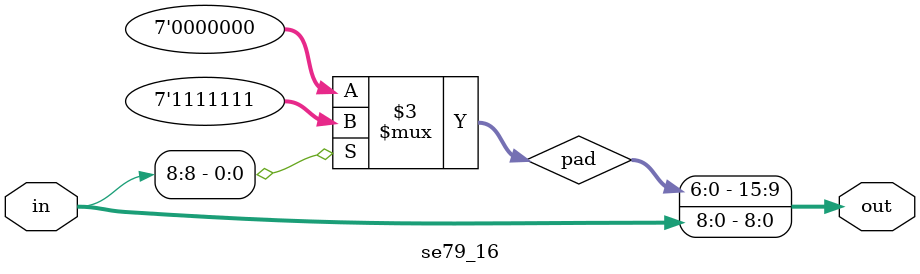
<source format=v>
module se79_16(in,out);
input wire [8:0] in;
output reg [15:0] out;
reg [6:0] pad;

always @(*) 
begin 
if (in[8])begin
	pad= 7'b1111111;
	end
	else begin
	pad= 7'b0;
	end
	out = {pad,in};
end
endmodule

</source>
